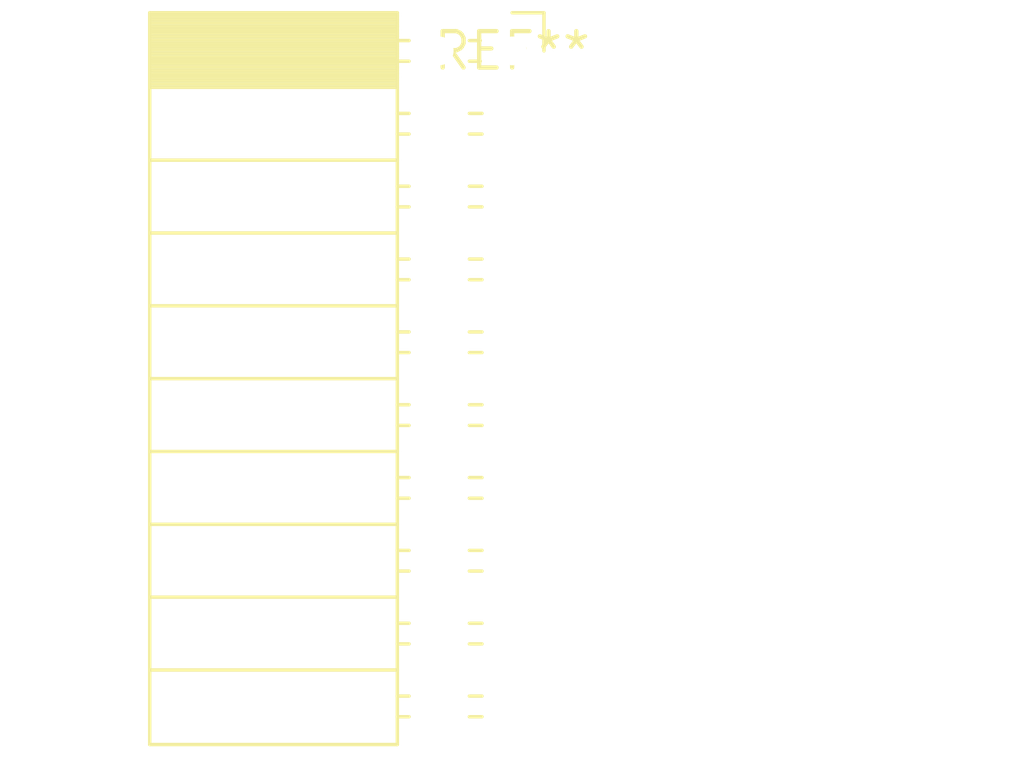
<source format=kicad_pcb>
(kicad_pcb (version 20240108) (generator pcbnew)
  (layers (0 "F.Cu" signal) (31 "B.Cu" signal) (34 "B.Paste" user) (35 "F.Paste" user) (36 "B.SilkS" user "B.Silkscreen") (37 "F.SilkS" user "F.Silkscreen") (38 "B.Mask" user) (39 "F.Mask" user) (44 "Edge.Cuts" user))
  (net 0 "")
  (footprint "PinSocket_2x10_P2.54mm_Horizontal" (layer "F.Cu") (at 0 0)
    (property "Reference" "REF**")
    (property "Value" "PinSocket_2x10_P2.54mm_Horizontal")
    (fp_line (start -12.63 -1.33) (end -12.63 24.19) (layer "F.SilkS") (stroke (width 0.12)))
    (fp_line (start -12.63 -1.33) (end -4 -1.33) (layer "F.SilkS") (stroke (width 0.12)))
    (fp_line (start -12.63 -1.21) (end -4 -1.21) (layer "F.SilkS") (stroke (width 0.12)))
    (fp_line (start -12.63 -1.091905) (end -4 -1.091905) (layer "F.SilkS") (stroke (width 0.12)))
    (fp_line (start -12.63 -0.97381) (end -4 -0.97381) (layer "F.SilkS") (stroke (width 0.12)))
    (fp_line (start -12.63 -0.855715) (end -4 -0.855715) (layer "F.SilkS") (stroke (width 0.12)))
    (fp_line (start -12.63 -0.73762) (end -4 -0.73762) (layer "F.SilkS") (stroke (width 0.12)))
    (fp_line (start -12.63 -0.619525) (end -4 -0.619525) (layer "F.SilkS") (stroke (width 0.12)))
    (fp_line (start -12.63 -0.50143) (end -4 -0.50143) (layer "F.SilkS") (stroke (width 0.12)))
    (fp_line (start -12.63 -0.383335) (end -4 -0.383335) (layer "F.SilkS") (stroke (width 0.12)))
    (fp_line (start -12.63 -0.26524) (end -4 -0.26524) (layer "F.SilkS") (stroke (width 0.12)))
    (fp_line (start -12.63 -0.147145) (end -4 -0.147145) (layer "F.SilkS") (stroke (width 0.12)))
    (fp_line (start -12.63 -0.02905) (end -4 -0.02905) (layer "F.SilkS") (stroke (width 0.12)))
    (fp_line (start -12.63 0.089045) (end -4 0.089045) (layer "F.SilkS") (stroke (width 0.12)))
    (fp_line (start -12.63 0.20714) (end -4 0.20714) (layer "F.SilkS") (stroke (width 0.12)))
    (fp_line (start -12.63 0.325235) (end -4 0.325235) (layer "F.SilkS") (stroke (width 0.12)))
    (fp_line (start -12.63 0.44333) (end -4 0.44333) (layer "F.SilkS") (stroke (width 0.12)))
    (fp_line (start -12.63 0.561425) (end -4 0.561425) (layer "F.SilkS") (stroke (width 0.12)))
    (fp_line (start -12.63 0.67952) (end -4 0.67952) (layer "F.SilkS") (stroke (width 0.12)))
    (fp_line (start -12.63 0.797615) (end -4 0.797615) (layer "F.SilkS") (stroke (width 0.12)))
    (fp_line (start -12.63 0.91571) (end -4 0.91571) (layer "F.SilkS") (stroke (width 0.12)))
    (fp_line (start -12.63 1.033805) (end -4 1.033805) (layer "F.SilkS") (stroke (width 0.12)))
    (fp_line (start -12.63 1.1519) (end -4 1.1519) (layer "F.SilkS") (stroke (width 0.12)))
    (fp_line (start -12.63 1.27) (end -4 1.27) (layer "F.SilkS") (stroke (width 0.12)))
    (fp_line (start -12.63 3.81) (end -4 3.81) (layer "F.SilkS") (stroke (width 0.12)))
    (fp_line (start -12.63 6.35) (end -4 6.35) (layer "F.SilkS") (stroke (width 0.12)))
    (fp_line (start -12.63 8.89) (end -4 8.89) (layer "F.SilkS") (stroke (width 0.12)))
    (fp_line (start -12.63 11.43) (end -4 11.43) (layer "F.SilkS") (stroke (width 0.12)))
    (fp_line (start -12.63 13.97) (end -4 13.97) (layer "F.SilkS") (stroke (width 0.12)))
    (fp_line (start -12.63 16.51) (end -4 16.51) (layer "F.SilkS") (stroke (width 0.12)))
    (fp_line (start -12.63 19.05) (end -4 19.05) (layer "F.SilkS") (stroke (width 0.12)))
    (fp_line (start -12.63 21.59) (end -4 21.59) (layer "F.SilkS") (stroke (width 0.12)))
    (fp_line (start -12.63 24.19) (end -4 24.19) (layer "F.SilkS") (stroke (width 0.12)))
    (fp_line (start -4 -1.33) (end -4 24.19) (layer "F.SilkS") (stroke (width 0.12)))
    (fp_line (start -4 -0.36) (end -3.59 -0.36) (layer "F.SilkS") (stroke (width 0.12)))
    (fp_line (start -4 0.36) (end -3.59 0.36) (layer "F.SilkS") (stroke (width 0.12)))
    (fp_line (start -4 2.18) (end -3.59 2.18) (layer "F.SilkS") (stroke (width 0.12)))
    (fp_line (start -4 2.9) (end -3.59 2.9) (layer "F.SilkS") (stroke (width 0.12)))
    (fp_line (start -4 4.72) (end -3.59 4.72) (layer "F.SilkS") (stroke (width 0.12)))
    (fp_line (start -4 5.44) (end -3.59 5.44) (layer "F.SilkS") (stroke (width 0.12)))
    (fp_line (start -4 7.26) (end -3.59 7.26) (layer "F.SilkS") (stroke (width 0.12)))
    (fp_line (start -4 7.98) (end -3.59 7.98) (layer "F.SilkS") (stroke (width 0.12)))
    (fp_line (start -4 9.8) (end -3.59 9.8) (layer "F.SilkS") (stroke (width 0.12)))
    (fp_line (start -4 10.52) (end -3.59 10.52) (layer "F.SilkS") (stroke (width 0.12)))
    (fp_line (start -4 12.34) (end -3.59 12.34) (layer "F.SilkS") (stroke (width 0.12)))
    (fp_line (start -4 13.06) (end -3.59 13.06) (layer "F.SilkS") (stroke (width 0.12)))
    (fp_line (start -4 14.88) (end -3.59 14.88) (layer "F.SilkS") (stroke (width 0.12)))
    (fp_line (start -4 15.6) (end -3.59 15.6) (layer "F.SilkS") (stroke (width 0.12)))
    (fp_line (start -4 17.42) (end -3.59 17.42) (layer "F.SilkS") (stroke (width 0.12)))
    (fp_line (start -4 18.14) (end -3.59 18.14) (layer "F.SilkS") (stroke (width 0.12)))
    (fp_line (start -4 19.96) (end -3.59 19.96) (layer "F.SilkS") (stroke (width 0.12)))
    (fp_line (start -4 20.68) (end -3.59 20.68) (layer "F.SilkS") (stroke (width 0.12)))
    (fp_line (start -4 22.5) (end -3.59 22.5) (layer "F.SilkS") (stroke (width 0.12)))
    (fp_line (start -4 23.22) (end -3.59 23.22) (layer "F.SilkS") (stroke (width 0.12)))
    (fp_line (start -1.49 -0.36) (end -1.11 -0.36) (layer "F.SilkS") (stroke (width 0.12)))
    (fp_line (start -1.49 0.36) (end -1.11 0.36) (layer "F.SilkS") (stroke (width 0.12)))
    (fp_line (start -1.49 2.18) (end -1.05 2.18) (layer "F.SilkS") (stroke (width 0.12)))
    (fp_line (start -1.49 2.9) (end -1.05 2.9) (layer "F.SilkS") (stroke (width 0.12)))
    (fp_line (start -1.49 4.72) (end -1.05 4.72) (layer "F.SilkS") (stroke (width 0.12)))
    (fp_line (start -1.49 5.44) (end -1.05 5.44) (layer "F.SilkS") (stroke (width 0.12)))
    (fp_line (start -1.49 7.26) (end -1.05 7.26) (layer "F.SilkS") (stroke (width 0.12)))
    (fp_line (start -1.49 7.98) (end -1.05 7.98) (layer "F.SilkS") (stroke (width 0.12)))
    (fp_line (start -1.49 9.8) (end -1.05 9.8) (layer "F.SilkS") (stroke (width 0.12)))
    (fp_line (start -1.49 10.52) (end -1.05 10.52) (layer "F.SilkS") (stroke (width 0.12)))
    (fp_line (start -1.49 12.34) (end -1.05 12.34) (layer "F.SilkS") (stroke (width 0.12)))
    (fp_line (start -1.49 13.06) (end -1.05 13.06) (layer "F.SilkS") (stroke (width 0.12)))
    (fp_line (start -1.49 14.88) (end -1.05 14.88) (layer "F.SilkS") (stroke (width 0.12)))
    (fp_line (start -1.49 15.6) (end -1.05 15.6) (layer "F.SilkS") (stroke (width 0.12)))
    (fp_line (start -1.49 17.42) (end -1.05 17.42) (layer "F.SilkS") (stroke (width 0.12)))
    (fp_line (start -1.49 18.14) (end -1.05 18.14) (layer "F.SilkS") (stroke (width 0.12)))
    (fp_line (start -1.49 19.96) (end -1.05 19.96) (layer "F.SilkS") (stroke (width 0.12)))
    (fp_line (start -1.49 20.68) (end -1.05 20.68) (layer "F.SilkS") (stroke (width 0.12)))
    (fp_line (start -1.49 22.5) (end -1.05 22.5) (layer "F.SilkS") (stroke (width 0.12)))
    (fp_line (start -1.49 23.22) (end -1.05 23.22) (layer "F.SilkS") (stroke (width 0.12)))
    (fp_line (start 0 -1.33) (end 1.11 -1.33) (layer "F.SilkS") (stroke (width 0.12)))
    (fp_line (start 1.11 -1.33) (end 1.11 0) (layer "F.SilkS") (stroke (width 0.12)))
    (pad "1" thru_hole rect (at 0 0) (size 1.7 1.7) (drill 1) (layers *.Cu *.Mask) (remove_unused_layers))
    (pad "2" thru_hole oval (at -2.54 0) (size 1.7 1.7) (drill 1) (layers *.Cu *.Mask) (remove_unused_layers))
    (pad "3" thru_hole oval (at 0 2.54) (size 1.7 1.7) (drill 1) (layers *.Cu *.Mask) (remove_unused_layers))
    (pad "4" thru_hole oval (at -2.54 2.54) (size 1.7 1.7) (drill 1) (layers *.Cu *.Mask) (remove_unused_layers))
    (pad "5" thru_hole oval (at 0 5.08) (size 1.7 1.7) (drill 1) (layers *.Cu *.Mask) (remove_unused_layers))
    (pad "6" thru_hole oval (at -2.54 5.08) (size 1.7 1.7) (drill 1) (layers *.Cu *.Mask) (remove_unused_layers))
    (pad "7" thru_hole oval (at 0 7.62) (size 1.7 1.7) (drill 1) (layers *.Cu *.Mask) (remove_unused_layers))
    (pad "8" thru_hole oval (at -2.54 7.62) (size 1.7 1.7) (drill 1) (layers *.Cu *.Mask) (remove_unused_layers))
    (pad "9" thru_hole oval (at 0 10.16) (size 1.7 1.7) (drill 1) (layers *.Cu *.Mask) (remove_unused_layers))
    (pad "10" thru_hole oval (at -2.54 10.16) (size 1.7 1.7) (drill 1) (layers *.Cu *.Mask) (remove_unused_layers))
    (pad "11" thru_hole oval (at 0 12.7) (size 1.7 1.7) (drill 1) (layers *.Cu *.Mask) (remove_unused_layers))
    (pad "12" thru_hole oval (at -2.54 12.7) (size 1.7 1.7) (drill 1) (layers *.Cu *.Mask) (remove_unused_layers))
    (pad "13" thru_hole oval (at 0 15.24) (size 1.7 1.7) (drill 1) (layers *.Cu *.Mask) (remove_unused_layers))
    (pad "14" thru_hole oval (at -2.54 15.24) (size 1.7 1.7) (drill 1) (layers *.Cu *.Mask) (remove_unused_layers))
    (pad "15" thru_hole oval (at 0 17.78) (size 1.7 1.7) (drill 1) (layers *.Cu *.Mask) (remove_unused_layers))
    (pad "16" thru_hole oval (at -2.54 17.78) (size 1.7 1.7) (drill 1) (layers *.Cu *.Mask) (remove_unused_layers))
    (pad "17" thru_hole oval (at 0 20.32) (size 1.7 1.7) (drill 1) (layers *.Cu *.Mask) (remove_unused_layers))
    (pad "18" thru_hole oval (at -2.54 20.32) (size 1.7 1.7) (drill 1) (layers *.Cu *.Mask) (remove_unused_layers))
    (pad "19" thru_hole oval (at 0 22.86) (size 1.7 1.7) (drill 1) (layers *.Cu *.Mask) (remove_unused_layers))
    (pad "20" thru_hole oval (at -2.54 22.86) (size 1.7 1.7) (drill 1) (layers *.Cu *.Mask) (remove_unused_layers))
  )
)
</source>
